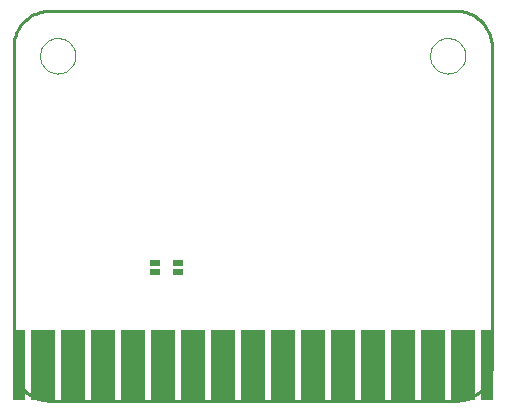
<source format=gbp>
G75*
G70*
%OFA0B0*%
%FSLAX24Y24*%
%IPPOS*%
%LPD*%
%AMOC8*
5,1,8,0,0,1.08239X$1,22.5*
%
%ADD10C,0.0100*%
%ADD11R,0.0787X0.2362*%
%ADD12R,0.0394X0.2362*%
%ADD13C,0.0000*%
%ADD14R,0.0350X0.0240*%
D10*
X000328Y001364D02*
X000328Y011956D01*
X000330Y012023D01*
X000336Y012090D01*
X000345Y012157D01*
X000358Y012223D01*
X000375Y012288D01*
X000395Y012352D01*
X000419Y012415D01*
X000447Y012477D01*
X000478Y012536D01*
X000512Y012594D01*
X000549Y012650D01*
X000590Y012704D01*
X000633Y012756D01*
X000679Y012805D01*
X000728Y012851D01*
X000780Y012894D01*
X000834Y012935D01*
X000890Y012972D01*
X000948Y013006D01*
X001007Y013037D01*
X001069Y013065D01*
X001132Y013089D01*
X001196Y013109D01*
X001261Y013126D01*
X001327Y013139D01*
X001394Y013148D01*
X001461Y013154D01*
X001528Y013156D01*
X015072Y013156D01*
X015139Y013154D01*
X015206Y013148D01*
X015273Y013139D01*
X015339Y013126D01*
X015404Y013109D01*
X015468Y013089D01*
X015531Y013065D01*
X015593Y013037D01*
X015652Y013006D01*
X015710Y012972D01*
X015766Y012935D01*
X015820Y012894D01*
X015872Y012851D01*
X015921Y012805D01*
X015967Y012756D01*
X016010Y012704D01*
X016051Y012650D01*
X016088Y012594D01*
X016122Y012536D01*
X016153Y012477D01*
X016181Y012415D01*
X016205Y012352D01*
X016225Y012288D01*
X016242Y012223D01*
X016255Y012157D01*
X016264Y012090D01*
X016270Y012023D01*
X016272Y011956D01*
X016272Y001364D01*
X016270Y001297D01*
X016264Y001230D01*
X016255Y001163D01*
X016242Y001097D01*
X016225Y001032D01*
X016205Y000968D01*
X016181Y000905D01*
X016153Y000843D01*
X016122Y000784D01*
X016088Y000726D01*
X016051Y000670D01*
X016010Y000616D01*
X015967Y000564D01*
X015921Y000515D01*
X015872Y000469D01*
X015820Y000426D01*
X015766Y000385D01*
X015710Y000348D01*
X015652Y000314D01*
X015593Y000283D01*
X015531Y000255D01*
X015468Y000231D01*
X015404Y000211D01*
X015339Y000194D01*
X015273Y000181D01*
X015206Y000172D01*
X015139Y000166D01*
X015072Y000164D01*
X001528Y000164D01*
X001461Y000166D01*
X001394Y000172D01*
X001327Y000181D01*
X001261Y000194D01*
X001196Y000211D01*
X001132Y000231D01*
X001069Y000255D01*
X001007Y000283D01*
X000948Y000314D01*
X000890Y000348D01*
X000834Y000385D01*
X000780Y000426D01*
X000728Y000469D01*
X000679Y000515D01*
X000633Y000564D01*
X000590Y000616D01*
X000549Y000670D01*
X000512Y000726D01*
X000478Y000784D01*
X000447Y000843D01*
X000419Y000905D01*
X000395Y000968D01*
X000375Y001032D01*
X000358Y001097D01*
X000345Y001163D01*
X000336Y001230D01*
X000330Y001297D01*
X000328Y001364D01*
D11*
X001300Y001348D03*
X002300Y001348D03*
X003300Y001348D03*
X004300Y001348D03*
X005300Y001348D03*
X006300Y001348D03*
X007300Y001348D03*
X008300Y001348D03*
X009300Y001348D03*
X010300Y001348D03*
X011300Y001348D03*
X012300Y001348D03*
X013300Y001348D03*
X014300Y001348D03*
X015300Y001348D03*
D12*
X016095Y001348D03*
X000505Y001348D03*
D13*
X001209Y011660D02*
X001211Y011708D01*
X001217Y011756D01*
X001227Y011803D01*
X001240Y011849D01*
X001258Y011894D01*
X001278Y011938D01*
X001303Y011980D01*
X001331Y012019D01*
X001361Y012056D01*
X001395Y012090D01*
X001432Y012122D01*
X001470Y012151D01*
X001511Y012176D01*
X001554Y012198D01*
X001599Y012216D01*
X001645Y012230D01*
X001692Y012241D01*
X001740Y012248D01*
X001788Y012251D01*
X001836Y012250D01*
X001884Y012245D01*
X001932Y012236D01*
X001978Y012224D01*
X002023Y012207D01*
X002067Y012187D01*
X002109Y012164D01*
X002149Y012137D01*
X002187Y012107D01*
X002222Y012074D01*
X002254Y012038D01*
X002284Y012000D01*
X002310Y011959D01*
X002332Y011916D01*
X002352Y011872D01*
X002367Y011827D01*
X002379Y011780D01*
X002387Y011732D01*
X002391Y011684D01*
X002391Y011636D01*
X002387Y011588D01*
X002379Y011540D01*
X002367Y011493D01*
X002352Y011448D01*
X002332Y011404D01*
X002310Y011361D01*
X002284Y011320D01*
X002254Y011282D01*
X002222Y011246D01*
X002187Y011213D01*
X002149Y011183D01*
X002109Y011156D01*
X002067Y011133D01*
X002023Y011113D01*
X001978Y011096D01*
X001932Y011084D01*
X001884Y011075D01*
X001836Y011070D01*
X001788Y011069D01*
X001740Y011072D01*
X001692Y011079D01*
X001645Y011090D01*
X001599Y011104D01*
X001554Y011122D01*
X001511Y011144D01*
X001470Y011169D01*
X001432Y011198D01*
X001395Y011230D01*
X001361Y011264D01*
X001331Y011301D01*
X001303Y011340D01*
X001278Y011382D01*
X001258Y011426D01*
X001240Y011471D01*
X001227Y011517D01*
X001217Y011564D01*
X001211Y011612D01*
X001209Y011660D01*
X014209Y011660D02*
X014211Y011708D01*
X014217Y011756D01*
X014227Y011803D01*
X014240Y011849D01*
X014258Y011894D01*
X014278Y011938D01*
X014303Y011980D01*
X014331Y012019D01*
X014361Y012056D01*
X014395Y012090D01*
X014432Y012122D01*
X014470Y012151D01*
X014511Y012176D01*
X014554Y012198D01*
X014599Y012216D01*
X014645Y012230D01*
X014692Y012241D01*
X014740Y012248D01*
X014788Y012251D01*
X014836Y012250D01*
X014884Y012245D01*
X014932Y012236D01*
X014978Y012224D01*
X015023Y012207D01*
X015067Y012187D01*
X015109Y012164D01*
X015149Y012137D01*
X015187Y012107D01*
X015222Y012074D01*
X015254Y012038D01*
X015284Y012000D01*
X015310Y011959D01*
X015332Y011916D01*
X015352Y011872D01*
X015367Y011827D01*
X015379Y011780D01*
X015387Y011732D01*
X015391Y011684D01*
X015391Y011636D01*
X015387Y011588D01*
X015379Y011540D01*
X015367Y011493D01*
X015352Y011448D01*
X015332Y011404D01*
X015310Y011361D01*
X015284Y011320D01*
X015254Y011282D01*
X015222Y011246D01*
X015187Y011213D01*
X015149Y011183D01*
X015109Y011156D01*
X015067Y011133D01*
X015023Y011113D01*
X014978Y011096D01*
X014932Y011084D01*
X014884Y011075D01*
X014836Y011070D01*
X014788Y011069D01*
X014740Y011072D01*
X014692Y011079D01*
X014645Y011090D01*
X014599Y011104D01*
X014554Y011122D01*
X014511Y011144D01*
X014470Y011169D01*
X014432Y011198D01*
X014395Y011230D01*
X014361Y011264D01*
X014331Y011301D01*
X014303Y011340D01*
X014278Y011382D01*
X014258Y011426D01*
X014240Y011471D01*
X014227Y011517D01*
X014217Y011564D01*
X014211Y011612D01*
X014209Y011660D01*
D14*
X005800Y004760D03*
X005800Y004460D03*
X005050Y004460D03*
X005050Y004760D03*
M02*

</source>
